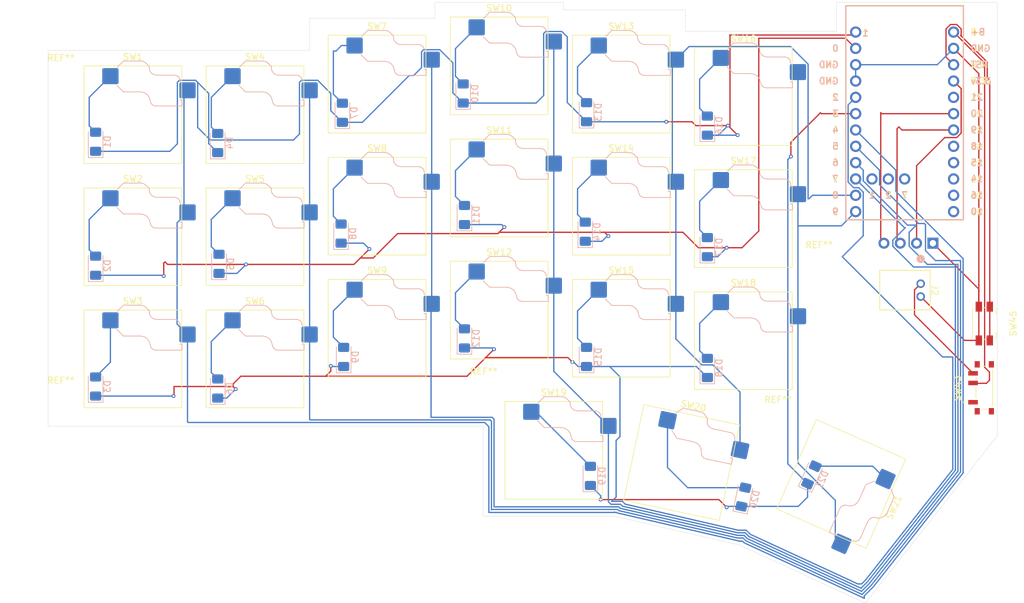
<source format=kicad_pcb>
(kicad_pcb (version 20241229) (generator "pcbnew") (generator_version "9.0")
  (layers (0 "F.Cu" signal) (2 "B.Cu" signal) (13 "F.Paste" user) (15 "B.Paste" user) (5 "F.SilkS" user "F.Silkscreen") (7 "B.SilkS" user "B.Silkscreen") (1 "F.Mask" user) (3 "B.Mask" user) (25 "Edge.Cuts" user))
  (net 0 "")
  (net 1 "Net-(D1-A)")
  (net 2 "L_Row0")
  (net 3 "Net-(D2-A)")
  (net 4 "L_Row1")
  (net 5 "Net-(D3-A)")
  (net 6 "L_Row2")
  (net 7 "Net-(D4-A)")
  (net 8 "Net-(D5-A)")
  (net 9 "Net-(D6-A)")
  (net 10 "Net-(D7-A)")
  (net 11 "Net-(D8-A)")
  (net 12 "Net-(D9-A)")
  (net 13 "Net-(D10-A)")
  (net 14 "Net-(D11-A)")
  (net 15 "Net-(D12-A)")
  (net 16 "Net-(D13-A)")
  (net 17 "Net-(D14-A)")
  (net 18 "Net-(D15-A)")
  (net 19 "Net-(D16-A)")
  (net 20 "Net-(D17-A)")
  (net 21 "Net-(D18-A)")
  (net 22 "Net-(D19-A)")
  (net 23 "Net-(D20-A)")
  (net 24 "Net-(D21-A)")
  (net 25 "L_BATTERY_POSITIVE")
  (net 26 "L_Col0")
  (net 27 "L_Col1")
  (net 28 "L_Col 2")
  (net 29 "L_Col3")
  (net 30 "L_Col4")
  (net 31 "L_Col5")
  (net 32 "Net-(U1-RST)")
  (net 33 "L_GND")
  (net 34 "L_POWER_3.3V")
  (net 36 "Net-(SW43-B)")
  (net 37 "L_SDA")
  (net 43 "L_SCL")
  (net 48 "L_Row3")
  (footprint "Button_Switch_SMD:Panasonic_EVQPUJ_EVQPUA" (layer "F.Cu") (at 164.5 100 -90)
    (property "Reference" "SW45")
    (property "Value" "SW_Push")
  )
  (footprint "ScottoKeebs_Hotswap:Hotswap_Choc_V1_1.00u" (layer "F.Cu") (at 117.381006 121.63788 -11.939)
    (property "Reference" "SW20")
    (property "Value" "SW_Push")
  )
  (footprint "ScottoKeebs_Hotswap:Hotswap_Choc_V1_1.00u" (layer "F.Cu") (at 97.5 119.737)
    (property "Reference" "SW19")
    (property "Value" "SW_Push")
  )
  (footprint "ScottoKeebs_Hotswap:Hotswap_Choc_V1_1.00u" (layer "F.Cu") (at 70 100.737)
    (property "Reference" "SW9")
    (property "Value" "SW_Push")
  )
  (footprint "MountingHole:MountingHole_2.2mm_M2" (layer "F.Cu") (at 20.8 112)
    (property "Reference" "REF**")
    (property "Value" "MountingHole_2.2mm_M2")
  )
  (footprint "ScottoKeebs_Hotswap:Hotswap_Choc_V1_1.00u" (layer "F.Cu") (at 108 81.737)
    (property "Reference" "SW14")
    (property "Value" "SW_Push")
  )
  (footprint "MountingHole:MountingHole_2.2mm_M2" (layer "F.Cu") (at 132.4 115)
    (property "Reference" "REF**")
    (property "Value" "MountingHole_2.2mm_M2")
  )
  (footprint "ScottoKeebs_Hotswap:Hotswap_Choc_V1_1.00u" (layer "F.Cu") (at 108 100.737)
    (property "Reference" "SW15")
    (property "Value" "SW_Push")
  )
  (footprint "ScottoKeebs_Components:OLED_128x32" (layer "F.Cu") (at 146.7 89.1 90)
    (property "Reference" "J3" (hide yes))
    (property "Value" "OLED_128x32")
  )
  (footprint "ScottoKeebs_Hotswap:Hotswap_Choc_V1_1.00u" (layer "F.Cu") (at 70 81.737)
    (property "Reference" "SW8")
    (property "Value" "SW_Push")
  )
  (footprint "ScottoKeebs_Hotswap:Hotswap_Choc_V1_1.00u" (layer "F.Cu") (at 127 102.668)
    (property "Reference" "SW18")
    (property "Value" "SW_Push")
  )
  (footprint "MountingHole:MountingHole_2.2mm_M2" (layer "F.Cu") (at 86.6 110.6)
    (property "Reference" "REF**")
    (property "Value" "MountingHole_2.2mm_M2")
  )
  (footprint "ScottoKeebs_Hotswap:Hotswap_Choc_V1_1.00u" (layer "F.Cu") (at 89 59.906)
    (property "Reference" "SW10")
    (property "Value" "SW_Push")
  )
  (footprint "ScottoKeebs_Hotswap:Hotswap_Choc_V1_1.00u" (layer "F.Cu") (at 89 78.906)
    (property "Reference" "SW11")
    (property "Value" "SW_Push")
  )
  (footprint "ScottoKeebs_Hotswap:Hotswap_Choc_V1_1.00u" (layer "F.Cu") (at 32 86.5)
    (property "Reference" "SW2")
    (property "Value" "SW_Push")
  )
  (footprint "ScottoKeebs_Hotswap:Hotswap_Choc_V1_1.00u" (layer "F.Cu") (at 32 105.5)
    (property "Reference" "SW3")
    (property "Value" "SW_Push")
  )
  (footprint "ScottoKeebs_Hotswap:Hotswap_Choc_V1_1.00u" (layer "F.Cu") (at 142.226436 124.970787 -113.879)
    (property "Reference" "SW21")
    (property "Value" "SW_Push")
  )
  (footprint "JST:CONN_S2B-PH-K-S_JST" (layer "F.Cu") (at 154.6 93.8 -90)
    (property "Reference" "J2")
    (property "Value" "S2B-PH-K-SLFSN")
  )
  (footprint "SW_SSSS811101:SW_SSSS811101" (layer "F.Cu") (at 164.5 110 90)
    (property "Reference" "SW43")
    (property "Value" "SW_SPDT")
  )
  (footprint "ScottoKeebs_Hotswap:Hotswap_Choc_V1_1.00u" (layer "F.Cu") (at 108 62.737)
    (property "Reference" "SW13")
    (property "Value" "SW_Push")
  )
  (footprint "ScottoKeebs_Hotswap:Hotswap_Choc_V1_1.00u" (layer "F.Cu") (at 51 67.5)
    (property "Reference" "SW4")
    (property "Value" "SW_Push")
  )
  (footprint "ScottoKeebs_Hotswap:Hotswap_Choc_V1_1.00u" (layer "F.Cu") (at 89 97.906)
    (property "Reference" "SW12")
    (property "Value" "SW_Push")
  )
  (footprint "ScottoKeebs_Hotswap:Hotswap_Choc_V1_1.00u" (layer "F.Cu") (at 127 83.668)
    (property "Reference" "SW17")
    (property "Value" "SW_Push")
  )
  (footprint "MountingHole:MountingHole_2.2mm_M2" (layer "F.Cu") (at 138.8 90.918)
    (property "Reference" "REF**")
    (property "Value" "MountingHole_2.2mm_M2")
  )
  (footprint "ScottoKeebs_Hotswap:Hotswap_Choc_V1_1.00u" (layer "F.Cu") (at 51 105.5)
    (property "Reference" "SW6")
    (property "Value" "SW_Push")
  )
  (footprint "MountingHole:MountingHole_2.2mm_M2" (layer "F.Cu") (at 20.8 61.8)
    (property "Reference" "REF**")
    (property "Value" "MountingHole_2.2mm_M2")
  )
  (footprint "ScottoKeebs_Hotswap:Hotswap_Choc_V1_1.00u" (layer "F.Cu") (at 51 86.5)
    (property "Reference" "SW5")
    (property "Value" "SW_Push")
  )
  (footprint "ScottoKeebs_MCU:Nice_Nano_V2" (layer "F.Cu") (at 152.1 68.33)
    (property "Reference" "U1" (hide yes))
    (property "Value" "Nice_Nano_V2" (hide yes))
  )
  (footprint "ScottoKeebs_Hotswap:Hotswap_Choc_V1_1.00u" (layer "F.Cu") (at 32 67.5)
    (property "Reference" "SW1")
    (property "Value" "SW_Push")
  )
  (footprint "ScottoKeebs_Hotswap:Hotswap_Choc_V1_1.00u" (layer "F.Cu") (at 70 62.737)
    (property "Reference" "SW7")
    (property "Value" "SW_Push")
  )
  (footprint "ScottoKeebs_Hotswap:Hotswap_Choc_V1_1.00u" (layer "F.Cu") (at 127 64.668)
    (property "Reference" "SW16")
    (property "Value" "SW_Push")
  )
  (footprint "Diode_SMD:D_1206_3216Metric_Pad1.42x1.75mm_HandSolder" (layer "B.Cu") (at 83.4 64.2 90)
    (property "Reference" "D10")
    (property "Value" "D")
  )
  (footprint "Diode_SMD:D_1206_3216Metric_Pad1.42x1.75mm_HandSolder" (layer "B.Cu") (at 45.2 71.9125 90)
    (property "Reference" "D4")
    (property "Value" "D")
  )
  (footprint "Diode_SMD:D_1206_3216Metric_Pad1.42x1.75mm_HandSolder" (layer "B.Cu") (at 64.4 86 90)
    (property "Reference" "D8")
    (property "Value" "D")
  )
  (footprint "Diode_SMD:D_1206_3216Metric_Pad1.42x1.75mm_HandSolder" (layer "B.Cu") (at 102.4 85.7125 90)
    (property "Reference" "D14")
    (property "Value" "D")
  )
  (footprint "Diode_SMD:D_1206_3216Metric_Pad1.42x1.75mm_HandSolder" (layer "B.Cu") (at 127 127 78.06)
    (property "Reference" "D20")
    (property "Value" "D")
  )
  (footprint "Diode_SMD:D_1206_3216Metric_Pad1.42x1.75mm_HandSolder" (layer "B.Cu") (at 83.6 102.3125 90)
    (property "Reference" "D12")
    (property "Value" "D")
  )
  (footprint "Diode_SMD:D_1206_3216Metric_Pad1.42x1.75mm_HandSolder" (layer "B.Cu") (at 45.4 90.7125 90)
    (property "Reference" "D5")
    (property "Value" "D")
  )
  (footprint "Diode_SMD:D_1206_3216Metric_Pad1.42x1.75mm_HandSolder" (layer "B.Cu") (at 102.6 105.2 90)
    (property "Reference" "D15")
    (property "Value" "D")
  )
  (footprint "Diode_SMD:D_1206_3216Metric_Pad1.42x1.75mm_HandSolder" (layer "B.Cu") (at 26.2 109.8 90)
    (property "Reference" "D3")
    (property "Value" "D")
  )
  (footprint "Diode_SMD:D_1206_3216Metric_Pad1.42x1.75mm_HandSolder" (layer "B.Cu") (at 64.8 105.2 90)
    (property "Reference" "D9")
    (property "Value" "D")
  )
  (footprint "Diode_SMD:D_1206_3216Metric_Pad1.42x1.75mm_HandSolder" (layer "B.Cu") (at 121.4 106.9125 90)
    (property "Reference" "D18")
    (property "Value" "D")
  )
  (footprint "Diode_SMD:D_1206_3216Metric_Pad1.42x1.75mm_HandSolder" (layer "B.Cu") (at 121.4 88.1125 90)
    (property "Reference" "D17")
    (property "Value" "D")
  )
  (footprint "Diode_SMD:D_1206_3216Metric_Pad1.42x1.75mm_HandSolder" (layer "B.Cu") (at 26.2 91 90)
    (property "Reference" "D2")
    (property "Value" "D")
  )
  (footprint "Diode_SMD:D_1206_3216Metric_Pad1.42x1.75mm_HandSolder" (layer "B.Cu") (at 137.597826 123.560163 66.12)
    (property "Reference" "D21")
    (property "Value" "D")
  )
  (footprint "Diode_SMD:D_1206_3216Metric_Pad1.42x1.75mm_HandSolder" (layer "B.Cu") (at 121.4 69.2 90)
    (property "Reference" "D16")
    (property "Value" "D")
  )
  (footprint "Diode_SMD:D_1206_3216Metric_Pad1.42x1.75mm_HandSolder" (layer "B.Cu") (at 45.2 110.1125 90)
    (property "Reference" "D6")
    (property "Value" "D")
  )
  (footprint "Diode_SMD:D_1206_3216Metric_Pad1.42x1.75mm_HandSolder" (layer "B.Cu") (at 64.6 67.2 90)
    (property "Reference" "D7")
    (property "Value" "D")
  )
  (footprint "Diode_SMD:D_1206_3216Metric_Pad1.42x1.75mm_HandSolder" (layer "B.Cu") (at 83.6 83.1125 90)
    (property "Reference" "D11")
    (property "Value" "D")
  )
  (footprint "Diode_SMD:D_1206_3216Metric_Pad1.42x1.75mm_HandSolder" (layer "B.Cu") (at 102.6 67.1125 90)
    (property "Reference" "D13")
    (property "Value" "D")
  )
  (footprint "Diode_SMD:D_1206_3216Metric_Pad1.42x1.75mm_HandSolder" (layer "B.Cu") (at 26.2 71.7125 90)
    (property "Reference" "D1")
    (property "Value" "D")
  )
  (footprint "Diode_SMD:D_1206_3216Metric_Pad1.42x1.75mm_HandSolder" (layer "B.Cu") (at 103.2 123.7125 90)
    (property "Reference" "D19")
    (property "Value" "D")
  )
  (gr_line (start 166.5 50) (end 141.5 50) (stroke (width 0.05)) (layer "Edge.Cuts"))
  (gr_line (start 59.5 57.5) (end 59.5 52.5) (stroke (width 0.05)) (layer "Edge.Cuts"))
  (gr_line (start 118 51.2) (end 118 54.5) (stroke (width 0.05)) (layer "Edge.Cuts"))
  (gr_line (start 79 52.5) (end 59.5 52.5) (stroke (width 0.05)) (layer "Edge.Cuts"))
  (gr_line (start 79 50) (end 79 52.5) (stroke (width 0.05)) (layer "Edge.Cuts"))
  (gr_line (start 59.5 57.5) (end 18.8 57.5) (stroke (width 0.05)) (layer "Edge.Cuts"))
  (gr_line (start 18.8 57.5) (end 18.8 116) (stroke (width 0.05)) (layer "Edge.Cuts"))
  (gr_line (start 86.5 130) (end 107 130) (stroke (width 0.05)) (layer "Edge.Cuts"))
  (gr_line (start 141.5 54.5) (end 118 54.5) (stroke (width 0.05)) (layer "Edge.Cuts"))
  (gr_line (start 126.5 134.5) (end 146 143.5) (stroke (width 0.05)) (layer "Edge.Cuts"))
  (gr_line (start 166.5 117.5) (end 166.5 50) (stroke (width 0.05)) (layer "Edge.Cuts"))
  (gr_line (start 146 143.5) (end 166.5 117.5) (stroke (width 0.05)) (layer "Edge.Cuts"))
  (gr_line (start 99 50) (end 79 50) (stroke (width 0.05)) (layer "Edge.Cuts"))
  (gr_line (start 99 51.2) (end 99 50) (stroke (width 0.05)) (layer "Edge.Cuts"))
  (gr_line (start 118 51.2) (end 99 51.2) (stroke (width 0.05)) (layer "Edge.Cuts"))
  (gr_line (start 107 130) (end 126.5 134.5) (stroke (width 0.05)) (layer "Edge.Cuts"))
  (gr_line (start 86.5 116) (end 86.5 130) (stroke (width 0.05)) (layer "Edge.Cuts"))
  (gr_line (start 141.5 50) (end 141.5 54.5) (stroke (width 0.05)) (layer "Edge.Cuts"))
  (gr_line (start 18.8 116) (end 86.5 116) (stroke (width 0.05)) (layer "Edge.Cuts"))
  (segment (start 25.199 64.801) (end 28.5 61.5) (width 0.2) (layer "B.Cu") (net 1))
  (segment (start 25.199 69.224) (end 25.199 64.801) (width 0.2) (layer "B.Cu") (net 1))
  (segment (start 26.2 70.225) (end 25.199 69.224) (width 0.2) (layer "B.Cu") (net 1))
  (segment (start 124.924 55.124) (end 124.901 55.101) (width 0.2) (layer "F.Cu") (net 2))
  (segment (start 144.019 55.101) (end 144.48 54.64) (width 0.2) (layer "F.Cu") (net 2))
  (segment (start 126.1125 70.6875) (end 124.924 69.499) (width 0.2) (layer "F.Cu") (net 2))
  (segment (start 124.924 69.499) (end 124.924 55.124) (width 0.2) (layer "F.Cu") (net 2))
  (segment (start 115 68.6) (end 119 68.6) (width 0.2) (layer "F.Cu") (net 2))
  (segment (start 119.6 69.2) (end 124.6 69.2) (width 0.2) (layer "F.Cu") (net 2))
  (segment (start 119 68.6) (end 119.6 69.2) (width 0.2) (layer "F.Cu") (net 2))
  (segment (start 124.901 55.101) (end 144.019 55.101) (width 0.2) (layer "F.Cu") (net 2))
  (via (at 126.1125 70.6875) (size 0.6) (drill 0.3) (layers "F.Cu" "B.Cu") (net 2))
  (via (at 124.6 69.2) (size 0.6) (drill 0.3) (layers "F.Cu" "B.Cu") (net 2))
  (via (at 115 68.6) (size 0.6) (drill 0.3) (layers "F.Cu" "B.Cu") (net 2))
  (segment (start 58.23984 62.149) (end 60.76016 62.149) (width 0.2) (layer "B.Cu") (net 2))
  (segment (start 64.6 68.6875) (end 67.709608 68.6875) (width 0.2) (layer "B.Cu") (net 2))
  (segment (start 83.4 65.6875) (end 94.749 65.6875) (width 0.2) (layer "B.Cu") (net 2))
  (segment (start 81.798 59.42384) (end 81.798 64.0855) (width 0.2) (layer "B.Cu") (net 2))
  (segment (start 38.924 72.025) (end 38.924 62.46484) (width 0.2) (layer "B.Cu") (net 2))
  (segment (start 57.924 70.502) (end 57.924 62.46484) (width 0.2) (layer "B.Cu") (net 2))
  (segment (start 98.76016 54.555) (end 99.6 55.39484) (width 0.2) (layer "B.Cu") (net 2))
  (segment (start 38.924 62.46484) (end 39.23984 62.149) (width 0.2) (layer "B.Cu") (net 2))
  (segment (start 76.924 60.17216) (end 76.924 57.70184) (width 0.2) (layer "B.Cu") (net 2))
  (segment (start 62.799 66.8865) (end 64.6 68.6875) (width 0.2) (layer "B.Cu") (net 2))
  (segment (start 121.4 70.6875) (end 126.1125 70.6875) (width 0.2) (layer "B.Cu") (net 2))
  (segment (start 95.924 54.87084) (end 96.23984 54.555) (width 0.2) (layer "B.Cu") (net 2))
  (segment (start 76.924 57.70184) (end 77.23984 57.386) (width 0.2) (layer "B.Cu") (net 2))
  (segment (start 67.709608 68.6875) (end 74.997108 61.4) (width 0.2) (layer "B.Cu") (net 2))
  (segment (start 99.6 65.6) (end 102.6 68.6) (width 0.2) (layer "B.Cu") (net 2))
  (segment (start 94.749 65.6875) (end 95.924 64.5125) (width 0.2) (layer "B.Cu") (net 2))
  (segment (start 43.799 71.999) (end 45.2 73.4) (width 0.2) (layer "B.Cu") (net 2))
  (segment (start 81.798 64.0855) (end 83.4 65.6875) (width 0.2) (layer "B.Cu") (net 2))
  (segment (start 60.76016 62.149) (end 62.799 64.18784) (width 0.2) (layer "B.Cu") (net 2))
  (segment (start 123.1125 70.6875) (end 121.4 70.6875) (width 0.2) (layer "B.Cu") (net 2))
  (segment (start 75.69616 61.4) (end 76.924 60.17216) (width 0.2) (layer "B.Cu") (net 2))
  (segment (start 96.23984 54.555) (end 98.76016 54.555) (width 0.2) (layer "B.Cu") (net 2))
  (segment (start 124.6 69.2) (end 123.1125 70.6875) (width 0.2) (layer "B.Cu") (net 2))
  (segment (start 44.0385 71.4385) (end 56.9875 71.4385) (width 0.2) (layer "B.Cu") (net 2))
  (segment (start 57.924 62.46484) (end 58.23984 62.149) (width 0.2) (layer "B.Cu") (net 2))
  (segment (start 102.6 68.6) (end 115 68.6) (width 0.2) (layer "B.Cu") (net 2))
  (segment (start 79.76016 57.386) (end 81.798 59.42384) (width 0.2) (layer "B.Cu") (net 2))
  (segment (start 39.23984 62.149) (end 41.76016 62.149) (width 0.2) (layer "B.Cu") (net 2))
  (segment (start 37.749 73.2) (end 38.924 72.025) (width 0.2) (layer "B.Cu") (net 2))
  (segment (start 41.76016 62.149) (end 42.076 62.46484) (width 0.2) (layer "B.Cu") (net 2))
  (segment (start 42.076 62.46484) (end 42.076 69.476) (width 0.2) (layer "B.Cu") (net 2))
  (segment (start 42.076 69.476) (end 44.0385 71.4385) (width 0.2) (layer "B.Cu") (net 2))
  (segment (start 56.9875 71.4385) (end 57.924 70.502) (width 0.2) (layer "B.Cu") (net 2))
  (segment (start 95.924 64.5125) (end 95.924 54.87084) (width 0.2) (layer "B.Cu") (net 2))
  (segment (start 77.23984 57.386) (end 79.76016 57.386) (width 0.2) (layer "B.Cu") (net 2))
  (segment (start 99.6 55.39484) (end 99.6 65.6) (width 0.2) (layer "B.Cu") (net 2))
  (segment (start 62.799 64.18784) (end 62.799 66.8865) (width 0.2) (layer "B.Cu") (net 2))
  (segment (start 43.799 64.18784) (end 43.799 71.999) (width 0.2) (layer "B.Cu") (net 2))
  (segment (start 41.76016 62.149) (end 43.799 64.18784) (width 0.2) (layer "B.Cu") (net 2))
  (segment (start 74.997108 61.4) (end 75.69616 61.4) (width 0.2) (layer "B.Cu") (net 2))
  (segment (start 26.2 73.2) (end 37.749 73.2) (width 0.2) (layer "B.Cu") (net 2))
  (segment (start 25.199 83.801) (end 28.5 80.5) (width 0.2) (layer "B.Cu") (net 3))
  (segment (start 26.2 89.5125) (end 25.199 88.5115) (width 0.2) (layer "B.Cu") (net 3))
  (segment (start 25.199 88.5115) (end 25.199 83.801) (width 0.2) (layer "B.Cu") (net 3))
  (segment (start 88.8 86) (end 89 85.8) (width 0.2) (layer "F.Cu") (net 4))
  (segment (start 66.4 90.8) (end 67.4 89.8) (width 0.2) (layer "F.Cu") (net 4))
  (segment (start 36.8 92.6) (end 36.8 90.6) (width 0.2) (layer "F.Cu") (net 4))
  (segment (start 124.4 88.2) (end 126.8 88.2) (width 0.2) (layer "F.Cu") (net 4))
  (segment (start 120 88.2) (end 124.4 88.2) (width 0.2) (layer "F.Cu") (net 4))
  (segment (start 37 90.4) (end 37.4 90.8) (width 0.2) (layer "F.Cu") (net 4))
  (segment (start 129.4 55.6) (end 142.9 55.6) (width 0.2) (layer "F.Cu") (net 4))
  (segment (start 89 85.8) (end 89.8 85) (width 0.2) (layer "F.Cu") (net 4))
  (segment (start 67.4 89.8) (end 68.8 88.4) (width 0.2) (layer "F.Cu") (net 4))
  (segment (start 89 85.8) (end 105.4 85.8) (width 0.2) (layer "F.Cu") (net 4))
  (segment (start 36.8 90.6) (end 37 90.4) (width 0.2) (layer "F.Cu") (net 4))
  (segment (start 117.6 85.8) (end 120 88.2) (width 0.2) (layer "F.Cu") (net 4))
  (segment (start 49.6 90.8) (end 66.4 90.8) (width 0.2) (layer "F.Cu") (net 4))
  (segment (start 126.8 88.2) (end 129.4 85.6) (width 0.2) (layer "F.Cu") (net 4))
  (segment (start 129.4 85.6) (end 129.4 55.6) (width 0.2) (layer "F.Cu") (net 4))
  (segment (start 105.4 85.8) (end 117.6 85.8) (width 0.2) (layer "F.Cu") (net 4))
  (segment (start 105.4 85.8) (end 106 86.4) (width 0.2) (layer "F.Cu") (net 4))
  (segment (start 73.2 86) (end 88.8 86) (width 0.2) (layer "F.Cu") (net 4))
  (segment (start 37.4 90.8) (end 49.6 90.8) (width 0.2) (layer "F.Cu") (net 4))
  (segment (start 67.4 89.8) (end 69.4 89.8) (width 0.2) (layer "F.Cu") (net 4))
  (segment (start 142.9 55.6) (end 144.48 57.18) (width 0.2) (layer "F.Cu") (net 4))
  (segment (start 69.4 89.8) (end 73.2 86) (width 0.2) (layer "F.Cu") (net 4))
  (via (at 89.8 85) (size 0.6) (drill 0.3) (layers "F.Cu" "B.Cu") (net 4))
  (via (at 49.6 90.8) (size 0.6) (drill 0.3) (layers "F.Cu" "B.Cu") (net 4))
  (via (at 124.4 88.2) (size 0.6) (drill 0.3) (layers "F.Cu" "B.Cu") (net 4))
  (via (at 36.8 92.6) (size 0.6) (drill 0.3) (layers "F.Cu" "B.Cu") (net 4))
  (via (at 68.8 88.4) (size 0.6) (drill 0.3) (layers "F.Cu" "B.Cu") (net 4))
  (via (at 106 86.4) (size 0.6) (drill 0.3) (layers "F.Cu" "B.Cu") (net 4))
  (segment (start 123 89.6) (end 121.4 89.6) (width 0.2) (layer "B.Cu") (net 4))
  (segment (start 105.8 86.4) (end 105 87.2) (width 0.2) (layer "B.Cu") (net 4))
  (segment (start 105 87.2) (end 102.4 87.2) (width 0.2) (layer "B.Cu") (net 4))
  (segment (start 48.2 92.2) (end 45.4 92.2) (width 0.2) (layer "B.Cu") (net 4))
  (segment (start 89.8 85) (end 89.4 84.6) (width 0.2) (layer "B.Cu") (net 4))
  (segment (start 124.4 88.2) (end 123 89.6) (width 0.2) (layer "B.Cu") (net 4))
  (segment (start 89.4 84.6) (end 83.6 84.6) (width 0.2) (layer "B.Cu") (net 4))
  (segment (start 68.8 88.4) (end 67.8875 87.4875) (width 0.2) (layer "B.Cu") (net 4))
  (segment (start 36.6875 92.4875) (end 36.8 92.6) (width 0.2) (layer "B.Cu") (net 4))
  (segment (start 26.2 92.4875) (end 36.6875 92.4875) (width 0.2) (layer "B.Cu") (net 4))
  (segment (start 106 86.4) (end 105.8 86.4) (width 0.2) (layer "B.Cu") (net 4))
  (segment (start 49.6 90.8) (end 48.2 92.2) (width 0.2) (layer "B.Cu") (net 4))
  (segment (start 67.8875 87.4875) (end 64.4 87.4875) (width 0.2) (layer "B.Cu") (net 4))
  (segment (start 28.5 106.0125) (end 26.2 108.3125) (width 0.2) (layer "B.Cu") (net 5))
  (segment (start 28.5 99.5) (end 28.5 106.0125) (width 0.2) (layer "B.Cu") (net 5))
  (segment (start 62 108.2) (end 62.8 107.4) (width 0.2) (layer "F.Cu") (net 6))
  (segment (start 38.4 109.8) (end 47.6 109.8) (width 0.2) (layer "F.Cu") (net 6))
  (segment (start 38.4 111.2) (end 38.4 109.8) (width 0.2) (layer "F.Cu") (net 6))
  (segment (start 99.7 105.3) (end 100.4 106) (width 0.2) (layer "F.Cu") (net 6))
  (segment (start 86.9 105.3) (end 88.2 104) (width 0.2) (layer "F.Cu") (net 6))
  (segment (start 86.9 105.3) (end 99.7 105.3) (width 0.2) (layer "F.Cu") (net 6))
  (segment (start 62.8 107.4) (end 62.8 106.6) (width 0.2) (layer "F.Cu") (net 6))
  (segment (start 38.3125 111.2875) (end 38.4 111.2) (width 0.2) (layer "F.Cu") (net 6))
  (segment (start 47.6 109.8) (end 48 110.2) (width 0.2) (layer "F.Cu") (net 6))
  (segment (start 48.8 108.2) (end 62 108.2) (width 0.2) (layer "F.Cu") (net 6))
  (segment (start 62 108.2) (end 84 108.2) (width 0.2) (layer "F.Cu") (net 6))
  (segment (start 84 108.2) (end 86.9 105.3) (width 0.2) (layer "F.Cu") (net 6))
  (segment (start 47.6 109.8) (end 47.6 109.4) (width 0.2) (layer "F.Cu") (net 6))
  (segment (start 47.6 109.4) (end 48.8 108.2) (width 0.2) (layer "F.Cu") (net 6))
  (via (at 88.2 104) (size 0.6) (drill 0.3) (layers "F.Cu" "B.Cu") (net 6))
  (via (at 38.3125 111.2875) (size 0.6) (drill 0.3) (layers "F.Cu" "B.Cu") (net 6))
  (via (at 62.8 106.6) (size 0.6) (drill 0.3) (layers "F.Cu" "B.Cu") (net 6))
  (via (at 48 110.2) (size 0.6) (drill 0.3) (layers "F.Cu" "B.Cu") (net 6))
  (via (at 100.4 106) (size 0.6) (drill 0.3) (layers "F.Cu" "B.Cu") (net 6))
  (segment (start 107.2 118.2) (end 107.2 127) (width 0.2) (layer "B.Cu") (net 6))
  (segment (start 101.2875 106.6875) (end 102.6 106.6875) (width 0.2) (layer "B.Cu") (net 6))
  (segment (start 106.519383 127.680617) (end 108.190135 127.680617) (width 0.2) (layer "B.Cu") (net 6))
  (segment (start 144.967654 78.8627) (end 144.177746 78.8627) (width 0.2) (layer "B.Cu") (net 6))
  (segment (start 62.8 106.6) (end 62.8875 106.6875) (width 0.2) (layer "B.Cu") (net 6))
  (segment (start 143.3027 77.987654) (end 143.3027 65.9773) (width 0.2) (layer "B.Cu") (net 6))
  (segment (start 46.6 111.6) (end 45.2 111.6) (width 0.2) (layer "B.Cu") (net 6))
  (segment (start 145.6573 79.552346) (end 144.967654 78.8627) (width 0.2) (layer "B.Cu") (net 6))
  (segment (start 106.2 106.6875) (end 107.8 108.2875) (width 0.2) (layer "B.Cu") (net 6))
  (segment (start 158 105.2) (end 142.4 89.6) (width 0.2) (layer "B.Cu") (net 6))
  (segment (start 159.596 122.694988) (end 159.596 105.2) (width 0.2) (layer "B.Cu") (net 6))
  (segment (start 107.2 127) (end 106.519383 127.680617) (width 0.2) (layer "B.Cu") (net 6))
  (segment (start 159.596 105.2) (end 158 105.2) (width 0.2) (layer "B.Cu") (net 6))
  (segment (start 26.2 111.2875) (end 38.3125 111.2875) (width 0.2) (layer "B.Cu") (net 6))
  (segment (start 128.081758 132.801516) (end 144.818657 140.526245) (width 0.2) (layer "B.Cu") (net 6))
  (segment (start 88 103.8) (end 83.6 103.8) (width 0.2) (layer "B.Cu") (net 6))
  (segment (start 144.818657 140.526245) (end 145.405355 140.526245) (width 0.2) (layer "B.Cu") (net 6))
  (segment (start 127.445847 132.165605) (end 128.081758 132.801516) (width 0.2) (layer "B.Cu") (net 6))
  (segment (start 48 110.2) (end 46.6 111.6) (width 0.2) (layer "B.Cu") (net 6))
  (segment (start 146.026418 139.905182) (end 159.596 122.694988) (width 0.2) (layer "B.Cu") (net 6))
  (segment (start 126.190409 132.165605) (end 127.445847 132.165605) (width 0.2) (layer "B.Cu") (net 6))
  (segment (start 144.177746 78.8627) (end 143.3027 77.987654) (width 0.2) (layer "B.Cu") (net 6))
  (segment (start 107.8 117.6) (end 107.2 118.2) (width 0.2) (layer "B.Cu") (net 6))
  (segment (start 108.620535 128.111017) (end 126.190409 132.165605) (width 0.2) (layer "B.Cu") (net 6))
  (segment (start 106.2 106.6875) (end 119.6875 106.6875) (width 0.2) (layer "B.Cu") (net 6))
  (segment (start 142.4 89.6) (end 145.6573 86.3427) (width 0.2) (layer "B.Cu") (net 6))
  (segment (start 62.8875 106.6875) (end 64.8 106.6875) (width 0.2) (layer "B.Cu") (net 6))
  (segment (start 102.6 106.6875) (end 106.2 106.6875) (width 0.2) (layer "B.Cu") (net 6))
  (segment (start 119.6875 106.6875) (end 121.4 108.4) (width 0.2) (layer "B.Cu") (net 6))
  (segment (start 145.6573 86.3427) (end 145.6573 79.552346) (width 0.2) (layer "B.Cu") (net 6))
  (segment (start 88.2 104) (end 88 103.8) (width 0.2) (layer "B.Cu") (net 6))
  (segment (start 145.405355 140.526245) (end 146.026418 139.905182) (width 0.2) (layer "B.Cu") (net 6))
  (segment (start 143.3027 65.9773) (end 144.48 64.8) (width 0.2) (layer "B.Cu") (net 6))
  (segment (start 100.6 106) (end 101.2875 106.6875) (width 0.2) (layer "B.Cu") (net 6))
  (segment (start 100.4 106) (end 100.6 106) (width 0.2) (layer "B.Cu") (net 6))
  (segment (start 107.8 108.2875) (end 107.8 117.6) (width 0.2) (layer "B.Cu") (net 6))
  (segment (start 108.190135 127.680617) (end 108.620535 128.111017) (width 0.2) (layer "B.Cu") (net 6))
  (segment (start 45.2 70.425) (end 44.2 69.425) (width 0.2) (layer "B.Cu") (net 7))
  (segment (start 44.2 64.8) (end 47.5 61.5) (width 0.2) (layer "B.Cu") (net 7))
  (segment (start 44.2 69.425) (end 44.2 64.8) (width 0.2) (layer "B.Cu") (net 7))
  (segment (start 45.4 89.225) (end 44.199 88.024) (width 0.2) (layer "B.Cu") (net 8))
  (segment (start 44.199 88.024) (end 44.199 83.801) (width 0.2) (layer "B.Cu") (net 8))
  (segment (start 44.199 83.801) (end 47.5 80.5) (width 0.2) (layer "B.Cu") (net 8))
  (segment (start 44.199 107.624) (end 44.199 102.801) (width 0.2) (layer "B.Cu") (net 9))
  (segment (start 44.199 102.801) (end 47.5 99.5) (width 0.2) (layer "B.Cu") (net 9))
  (segment (start 45.2 108.625) (end 44.199 107.624) (width 0.2) (layer "B.Cu") (net 9))
  (segment (start 63.2 64.3125) (end 63.2 57.6) (width 0.2) (layer "B.Cu") (net 10))
  (segment (start 63.2 57.6) (end 63.6 57.6) (width 0.2) (layer "B.Cu") (net 10))
  (segment (start 64.463 56.737) (end 66.5 56.737) (width 0.2) (layer "B.Cu") (net 10))
  (segment (start 63.6 57.6) (end 64.463 56.737) (width 0.2) (layer "B.Cu") (net 10))
  (segment (start 64.6 65.7125) (end 63.2 64.3125) (width 0.2) (layer "B.Cu") (net 10))
  (segment (start 64.4 84.5125) (end 63.199 83.3115) (width 0.2) (layer "B.Cu") (net 11))
  (segment (start 63.199 83.3115) (end 63.199 79.038) (width 0.2) (layer "B.Cu") (net 11))
  (segment (start 63.199 79.038) (end 66.5 75.737) (width 0.2) (layer "B.Cu") (net 11))
  (segment (start 63.199 98.038) (end 66.5 94.737) (width 0.2) (layer "B.Cu") (net 12))
  (segment (start 63.199 102.1115) (end 63.199 98.038) (width 0.2) (layer "B.Cu") (net 12))
  (segment (start 64.8 103.7125) (end 63.199 102.1115) (width 0.2) (layer "B.Cu") (net 12))
  (segment (start 82.199 61.5115) (end 82.199 57.207) (width 0.2) (layer "B.Cu") (net 13))
  (segment (start 83.4 62.7125) (end 82.199 61.5115) (width 0.2) (layer "B.Cu") (net 13))
  (segment (start 82.199 57.207) (end 85.5 53.906) (width 0.2) (layer "B.Cu") (net 13))
  (segment (start 83.6 81.625) (end 82.199 80.224) (width 0.2) (layer "B.Cu") (net 14))
  (segment (start 82.199 80.224) (end 82.199 76.207) (width 0.2) (layer "B.Cu") (net 14))
  (segment (start 82.199 76.207) (end 85.5 72.906) (width 0.2) (layer "B.Cu") (net 14))
  (segment (start 83.6 100.825) (end 82.199 99.424) (width 0.2) (layer "B.Cu") (net 15))
  (segment (start 82.199 99.424) (end 82.199 95.207) (width 0.2) (layer "B.Cu") (net 15))
  (segment (start 82.199 95.207) (end 85.5 91.906) (width 0.2) (layer "B.Cu") (net 15))
  (segment (start 101.199 60.038) (end 104.5 56.737) (width 0.2) (layer "B.Cu") (net 16))
  (segment (start 102.6 65.625) (end 101.199 64.224) (width 0.2) (layer "B.Cu") (net 16))
  (segment (start 101.199 64.224) (end 101.199 60.038) (width 0.2) (layer "B.Cu") (net 16))
  (segment (start 101.199 83.024) (end 101.199 79.038) (width 0.2) (layer "B.Cu") (net 17))
  (segment (start 102.4 84.225) (end 101.199 83.024) (width 0.2) (layer "B.Cu") (net 17))
  (segment (start 101.199 79.038) (end 104.5 75.737) (width 0.2) (layer "B.Cu") (net 17))
  (segment (start 101.199 102.3115) (end 101.199 98.038) (width 0.2) (layer "B.Cu") (net 18))
  (segment (start 101.199 98.038) (end 104.5 94.737) (width 0.2) (layer "B.Cu") (net 18))
  (segment (start 102.6 103.7125) (end 101.199 102.3115) (width 0.2) (layer "B.Cu") (net 18))
  (segment (start 120.199 66.5115) (end 120.199 61.969) (width 0.2) (layer "B.Cu") (net 19))
  (segment (start 120.199 61.969) (end 123.5 58.668) (width 0.2) (layer "B.Cu") (net 19))
  (segment (start 121.4 67.7125) (end 120.199 66.5115) (width 0.2) (layer "B.Cu") (net 19))
  (segment (start 121.4 86.625) (end 120.199 85.424) (width 0.2) (layer "B.Cu") (net 20))
  (segment (start 120.199 85.424) (end 120.199 80.969) (width 0.2) (layer "B.Cu") (net 20))
  (segment (start 120.199 80.969) (end 123.5 77.668) (width 0.2) (layer "B.Cu") (net 20))
  (segment (start 121.4 105.425) (end 120.199 104.224) (width 0.2) (layer "B.Cu") (net 21))
  (segment (start 120.199 99.969) (end 123.5 96.668) (width 0.2) (layer "B.Cu") (net 21))
  (segment (start 120.199 104.224) (end 120.199 99.969) (width 0.2) (layer "B.Cu") (net 21))
  (segment (start 94.712 113.737) (end 103.2 122.225) (width 0.2) (layer "B.Cu") (net 22))
  (segment (start 94 113.737) (end 94.712 113.737) (width 0.2) (layer "B.Cu") (net 22))
  (segment (start 115.198052 115.043586) (end 115.198052 122.398052) (width 0.2) (layer "B.Cu") (net 23))
  (segment (start 118.344682 125.544682) (end 127.307744 125.544682) (width 0.2) (layer "B.Cu") (net 23))
  (segment (start 115.198052 122.398052) (end 118.344682 125.544682) (width 0.2) (layer "B.Cu") (net 23))
  (segment (start 138.2 122.2) (end 147.130456 122.2) (width 0.2) (layer "B.Cu") (net 24))
  (segment (start 147.130456 122.2) (end 149.129673 124.199217) (width 0.2) (layer "B.Cu") (net 24))
  (segment (start 162.75 107.75) (end 153.6386 98.6386) (width 0.2) (layer "F.Cu") (net 25))
  (segment (start 153.6386 98.6386) (end 153.6386 94.7614) (width 0.2) (layer "F.Cu") (net 25))
  (segment (start 153.6386 94.7614) (end 154.6 93.8) (width 0.2) (layer "F.Cu") (net 25))
  (segment (start 40.5 101.7) (end 40.5 115.299) (width 0.2) (layer "B.Cu") (net 26))
  (segment (start 40.5 115.299) (end 40.6 115.399) (width 0.2) (layer "B.Cu") (net 26))
  (segment (start 107.248942 129.399) (end 107.303091 129.453149) (width 0.2) (layer "B.Cu") (net 26))
  (segment (start 161.2 123.251273) (end 161.2 89.898) (width 0.2) (layer "B.Cu") (net 26))
  (segment (start 107.303091 129.453149) (end 126.430646 133.8672) (width 0.2) (layer "B.Cu") (net 26))
  (segment (start 87.4 116.050058) (end 87.4 129.399) (width 0.2) (layer "B.Cu") (net 26))
  (segment (start 40.5 101.7) (end 38.876 100.076) (width 0.2) (layer "B.Cu") (net 26))
  (segment (start 126.430646 133.8672) (end 126.479126 133.8672) (width 0.2) (layer "B.Cu") (net 26))
  (segment (start 38.876 84.324) (end 40.5 82.7) (width 0.2) (layer "B.Cu") (net 26))
  (segment (start 40.5 82.7) (end 39.949 82.149) (width 0.2) (layer "B.Cu") (net 26))
  (segment (start 87.4 129.399) (end 106.827636 129.399) (width 0.2) (layer "B.Cu") (net 26))
  (segment (start 107.068447 129.399) (end 107.248942 129.399) (width 0.2) (layer "B.Cu") (net 26))
  (segment (start 126.563103 133.8672) (end 126.866201 133.8672) (width 0.2) (layer "B.Cu") (net 26))
  (segment (start 39.949 82.149) (end 39.949 64.251) (width 0.2) (layer "B.Cu") (net 26))
  (segment (start 147.227466 140.972534) (end 161.2 123.251273) (width 0.2) (layer "B.Cu") (net 26))
  (segment (start 126.479126 133.8672) (end 126.525825 133.849995) (width 0.2) (layer "B.Cu") (net 26))
  (segment (start 150.7373 79.4353) (end 150.7373 76.1373) (width 0.2) (layer "B.Cu") (net 26))
  (segment (start 145.821511 142.378489) (end 147.227466 140.972534) (width 0.2) (layer "B.Cu") (net 26))
  (segment (start 127.126 134.126999) (end 145.821511 142.755696) (width 0.2) (layer "B.Cu") (net 26))
  (segment (start 40.6 115.399) (end 86.748942 115.399) (width 0.2) (layer "B.Cu") (net 26))
  (segment (start 126.525825 133.849995) (end 126.563103 133.8672) (width 0.2) (layer "B.Cu") (net 26))
  (segment (start 106.827636 129.399) (end 106.892574 129.358414) (width 0.2) (layer "B.Cu") (net 26))
  (segment (start 126.866201 133.8672) (end 127.126 134.126999) (width 0.2) (layer "B.Cu") (net 26))
  (segment (start 150.7373 76.1373) (end 144.48 69.88) (width 0.2) (layer "B.Cu") (net 26))
  (segment (start 38.876 100.076) (end 38.876 84.324) (width 0.2) (layer "B.Cu") (net 26))
  (segment (start 106.892574 129.358414) (end 107.068447 129.399) (width 0.2) (layer "B.Cu") (net 26))
  (segment (start 86.748942 115.399) (end 87.4 116.050058) (width 0.2) (layer "B.Cu") (net 26))
  (segment (start 145.821511 142.755696) (end 145.821511 142.378489) (width 0.2) (layer "B.Cu") (net 26))
  (segment (start 39.949 64.251) (end 40.5 63.7) (width 0.2) (layer "B.Cu") (net 26))
  (segment (start 161.2 89.898) (end 150.7373 79.4353) (width 0.2) (layer "B.Cu") (net 26))
  (segment (start 126.947547 133.368605) (end 127.382824 133.803882) (width 0.2) (layer "B.Cu") (net 27))
  (segment (start 156.898 90.2) (end 155.349 88.651) (width 0.2) (layer "B.Cu") (net 27))
  (segment (start 87.598 114.998) (end 87.801 115.201) (width 0.2) (layer "B.Cu") (net 27))
  (segment (start 107.435354 128.930334) (end 107.619691 129.114671) (width 0.2) (layer "B.Cu") (net 27))
  (segment (start 87.801 128.998) (end 87.868666 128.930334) (width 0.2) (layer "B.Cu") (net 27))
  (segment (start 107.619691 129.114671) (end 126.053399 133.368605) (width 0.2) (layer "B.Cu") (net 27))
  (segment (start 145.477587 142.155313) (end 146.927204 140.705696) (width 0.2) (layer "B.Cu") (net 27))
  (segment (start 59.5 63.7) (end 59.5 101.7) (width 0.2) (layer "B.Cu") (net 27))
  (segment (start 155.349 84.6141) (end 155.16745 84.43255) (width 0.2) (layer "B.Cu") (net 27))
  (segment (start 87.868666 128.930334) (end 107.435354 128.930334) (width 0.2) (layer "B.Cu") (net 27))
  (segment (start 155.16745 84.43255) (end 154.23255 84.43255) (width 0.2) (layer "B.Cu") (net 27))
  (segment (start 126.053399 133.368605) (end 126.947547 133.368605) (width 0.2) (layer "B.Cu") (net 27))
  (segment (start 59.5 114.898) (end 59.6 114.998) (width 0.2) (layer "B.Cu") (net 27))
  (segment (start 154.23255 84.43255) (end 148.1973 78.3973) (width 0.2) (layer "B.Cu") (net 27))
  (segment (start 160.799 90.2) (end 156.898 90.2) (width 0.2) (layer "B.Cu") (net 27))
  (segment (start 87.801 115.201) (end 87.801 128.998) (width 0.2) (layer "B.Cu") (net 27))
  (segment (start 148.1973 78.3973) (end 148.1973 76.1373) (width 0.2) (layer "B.Cu") (net 27))
  (segment (start 155.349 88.651) (end 155.349 84.6141) (width 0.2) (layer "B.Cu") (net 27))
  (segment (start 59.6 114.998) (end 87.598 114.998) (width 0.2) (layer "B.Cu") (net 27))
  (segment (start 59.5 101.7) (end 59.5 114.898) (width 0.2) (layer "B.Cu") (net 27))
  (segment (start 148.1973 76.1373) (end 144.48 72.42) (width 0.2) (layer "B.Cu") (net 27))
  (segment (start 127.382824 133.803882) (end 145.477587 142.155313) (width 0.2) (layer "B.Cu") (net 27))
  (segment (start 160.799 123.112202) (end 160.799 90.2) (width 0.2) (layer "B.Cu") (net 27))
  (segment (start 146.927204 140.705696) (end 160.799 123.112202) (width 0.2) (layer "B.Cu") (net 27))
  (segment (start 145.6573 76.1373) (end 144.48 74.96) (width 0.2) (layer "B.Cu") (net 28))
  (segment (start 160.398 90.8) (end 155.63224 90.8) (width 0.2) (layer "B.Cu") (net 28))
  (segment (start 152.538596 84.68355) (end 145.6573 77.802254) (width 0.2) (layer "B.Cu") (net 28))
  (segment (start 127.615802 133.46976) (end 145.391752 141.674048) (width 0.2) (layer "B.Cu") (net 28))
  (segment (start 145.6573 77.802254) (end 145.6573 76.1373) (width 0.2) (layer "B.Cu") (net 28))
  (segment (start 155.63224 90.8) (end 152.809 87.97676) (width 0.2) (layer "B.Cu") (net 28))
  (segment (start 107.601454 128.529334) (end 107.82192 128.7498) (width 0.2) (layer "B.Cu") (net 28))
  (segment (start 78.5 96.937) (end 78.4 97.037) (width 0.2) (layer "B.Cu") (net 28))
  (segment (start 160.398 122.973131) (end 160.398 90.8) (width 0.2) (layer "B.Cu") (net 28))
  (segment (start 145.391752 141.674048) (end 146.626942 140.438858) (width 0.2) (layer "B.Cu") (net 28))
  (segment (start 153.91645 84.68355) (end 152.538596 84.68355) (width 0.2) (layer "B.Cu") (net 28))
  (segment (start 152.809 87.97676) (end 152.809 85.791) (width 0.2) (layer "B.Cu") (net 28))
  (segment (start 126.099069 132.967605) (end 127.113647 132.967605) (width 0.2) (layer "B.Cu") (net 28))
  (segment (start 87.906092 114.597) (end 88.202 114.892908) (width 0.2) (layer "B.Cu") (net 28))
  (segment (start 78.4 97.037) (end 78.4 114.597) (width 0.2) (layer "B.Cu") (net 28))
  (segment (start 88.202 128.529334) (end 107.601454 128.529334) (width 0.2) (layer "B.Cu") (net 28))
  (segment (start 78.4 114.597) (end 87.906092 114.597) (width 0.2) (layer "B.Cu") (net 28))
  (segment (start 88.202 114.892908) (end 88.202 128.529334) (width 0.2) (layer "B.Cu") (net 28))
  (segment (start 152.809 85.791) (end 153.91645 84.68355) (width 0.2) (layer "B.Cu") (net 28))
  (segment (start 146.626942 140.438858) (end 160.398 122.973131) (width 0.2) (layer "B.Cu") (net 28))
  (segment (start 107.82192 128.7498) (end 126.099069 132.967605) (width 0.2) (layer "B.Cu") (net 28))
  (segment (start 78.5 58.937) (end 78.5 96.937) (width 0.2) (layer "B.Cu") (net 28))
  (segment (start 127.113647 132.967605) (end 127.615802 133.46976) (width 0.2) (layer "B.Cu") (net 28))
  (segment (start 97.5 107.437) (end 106 115.937) (width 0.2) (layer "B.Cu") (net 29))
  (segment (start 150.269 87.97676) (end 150.269 87.02324) (width 0.2) (layer "B.Cu") (net 29))
  (segment (start 106.4 128.128334) (end 107.887289 128.128334) (width 0.2) (layer "B.Cu") (net 29))
  (segment (start 107.887289 128.128334) (end 108.179804 128.420849) (width 0.2) (layer "B.Cu") (net 29))
  (segment (start 159.997 91.201) (end 153.49324 91.201) (width 0.2) (layer "B.Cu") (net 29))
  (segment (start 152.06455 85.08455) (end 144.48 77.5) (width 0.2) (layer "B.Cu") (net 29))
  (segment (start 97.5 94.106) (end 97.5 107.437) (width 0.2) (layer "B.Cu") (net 29))
  (segment (start 146.32668 140.17202) (end 159.997 122.83406) (width 0.2) (layer "B.Cu") (net 29))
  (segment (start 108.179804 128.420849) (end 126.144739 132.566605) (width 0.2) (layer "B.Cu") (net 29))
  (segment (start 126.144739 132.566605) (end 127.279747 132.566605) (width 0.2) (layer "B.Cu") (net 29))
  (segment (start 106 127.728334) (end 106.4 128.128334) (width 0.2) (layer "B.Cu") (net 29))
  (segment (start 127.279747 132.566605) (end 127.84878 133.135638) (width 0.2) (layer "B.Cu") (net 29))
  (segment (start 153.49324 91.201) (end 150.269 87.97676) (width 0.2) (layer "B.Cu") (net 29))
  (segment (start 152.20769 85.08455) (end 152.06455 85.08455) (width 0.2) (layer "B.Cu") (net 29))
  (segment (start 159.997 122.83406) (end 159.997 91.201) (width 0.2) (layer "B.Cu") (net 29))
  (segment (start 97.5 94.106) (end 97.5 56.106) (width 0.2) (layer "B.Cu") (net 29))
  (segment (start 145.305917 141.192783) (end 146.32668 140.17202) (width 0.2) (layer "B.Cu") (net 29))
  (segment (start 150.269 87.02324) (end 152.20769 85.08455) (width 0.2) (layer "B.Cu") (net 29))
  (segment (start 127.84878 133.135638) (end 145.305917 141.192783) (width 0.2) (layer "B.Cu") (net 29))
  (segment (start 106 115.937) (end 106 127.728334) (width 0.2) (layer "B.Cu") (net 29))
  (segment (start 116.5 102.39866) (end 116.5 96.937) (width 0.2) (layer "B.Cu") (net 30))
  (segment (start 137.076 59.63284) (end 137.076 80.6) (width 0.2) (layer "B.Cu") (net 30))
  (segment (start 134.33516 56.892) (end 137.076 59.63284) (width 0.2) (layer "B.Cu") (net 30))
  (segment (start 126.483278 110.661618) (end 122.26016 106.4385) (width 0.2) (layer "B.Cu") (net 30))
  (segment (start 137.076 80.6) (end 137.2 80.6) (width 0.2) (layer "B.Cu") (net 30))
  (segment (start 116.5 77.937) (end 116.5 96.937) (width 0.2) (layer "B.Cu") (net 30))
  (segment (start 116.5 58.937) (end 118.545 56.892) (width 0.2) (layer "B.Cu") (net 30))
  (segment (start 120.53984 106.4385) (end 116.5 102.39866) (width 0.2) (layer "B.Cu") (net 30))
  (segment (start 122.26016 106.4385) (end 120.53984 106.4385) (width 0.2) (layer "B.Cu") (net 30))
  (segment (start 116.5 77.937) (end 115.949 77.386) (width 0.2) (layer "B.Cu") (net 30))
  (segment (start 137.2 80.6) (end 137.76 80.04) (width 0.2) (layer "B.Cu") (net 30))
  (segment (start 118.545 56.892) (end 134.33516 56.892) (width 0.2) (layer "B.Cu") (net 30))
  (segment (start 115.949 59.488) (end 116.5 58.937) (width 0.2) (layer "B.Cu") (net 30))
  (segment (start 115.949 77.386) (end 115.949 59.488) (width 0.2) (layer "B.Cu") (net 30))
  (segment (start 126.483278 119.678637) (end 126.483278 110.661618) (width 0.2) (layer "B.Cu") (net 30))
  (segment (start 137.76 80.04) (end 144.48 80.04) (width 0.2) (layer "B.Cu") (net 30))
  (segment (start 135.5 98.868) (end 135.5 121.709999) (width 0.2) (layer "B.Cu") (net 31))
  (segment (start 135.5 84.8) (end 142.26 84.8) (width 0.2) (layer "B.Cu") (net 31))
  (segment (start 142.26 84.8) (end 144.48 82.58) (width 0.2) (layer "B.Cu") (net 31))
  (segment (start 141.312772 127.522771) (end 141.312772 133.333933) (width 0.2) (layer "B.Cu") (net 31))
  (segment (start 135.5 84.8) (end 135.5 60.868) (width 0.2) (layer "B.Cu") (net 31))
  (segment (start 135.5 98.868) (end 135.5 84.8) (width 0.2) (layer "B.Cu") (net 31))
  (segment (start 135.5 121.709999) (end 141.312772 127.522771) (width 0.2) (layer "B.Cu") (net 31))
  (segment (start 141.312772 133.333933) (end 142.26031 134.281471) (width 0.2) (layer "B.Cu") (net 31))
  (segment (start 160.8973 55.127654) (end 160.8973 54.152346) (width 0.2) (layer "F.Cu") (net 32))
  (segment (start 160.836027 55.188927) (end 160.8973 55.127654) (width 0.2) (layer "F.Cu") (net 32))
  (segment (start 164.95 59.3029) (end 160.836027 55.188927) (width 0.2) (layer "F.Cu") (net 32))
  (segment (start 165.35 97.375) (end 165.35 62.15) (width 0.2) (layer "F.Cu") (net 32))
  (segment (start 158.5427 58.5427) (end 159.72 59.72) (width 0.2) (layer "F.Cu") (net 32))
  (segment (start 164.95 61.75) (end 164.95 59.3029) (width 0.2) (layer "F.Cu") (net 32))
  (segment (start 160.207654 53.4627) (end 159.232346 53.4627) (width 0.2) (layer "F.Cu") (net 32))
  (segment (start 165.35 62.15) (end 164.95 61.75) (width 0.2) (layer "F.Cu") (net 32))
  (segment (start 160.8973 54.152346) (end 160.207654 53.4627) (width 0.2) (layer "F.Cu") (net 32))
  (segment (start 158.5427 54.152346) (end 158.5427 58.5427) (width 0.2) (layer "F.Cu") (net 32))
  (segment (start 159.232346 53.4627) (end 158.5427 54.152346) (width 0.2) (layer "F.Cu") (net 32))
  (segment (start 165.35 97.375) (end 165.35 102.625) (width 0.2) (layer "F.Cu") (net 32))
  (segment (start 163.65 102.625) (end 161.424999 102.625) (width 0.2) (layer "F.Cu") (net 33))
  (segment (start 163.65 61.11) (end 159.72 57.18) (width 0.2) (layer "F.Cu") (net 33))
  (segment (start 163.65 97.375) (end 163.65 94.65) (width 0.2) (layer "F.Cu") (net 33))
  (segment (start 163.65 97.375) (end 163.65 61.11) (width 0.2) (layer "F.Cu") (net 33))
  (segment (start 163.65 102.625) (end 163.65 97.375) (width 0.2) (layer "F.Cu") (net 33))
  (segment (start 163.65 94.65) (end 156.5 87.5) (width 0.2) (layer "F.Cu") (net 33))
  (segment (start 161.424999 102.625) (end 154.6 95.800001) (width 0.2) (layer "F.Cu") (net 33))
  (segment (start 157.18 59.72) (end 144.48 59.72) (width 0.2) (layer "B.Cu") (net 33))
  (segment (start 159.72 57.18) (end 157.18 59.72) (width 0.2) (layer "B.Cu") (net 33))
  (segment (start 144.48 59.72) (end 144.48 62.26) (width 0.2) (layer "B.Cu") (net 33))
  (segment (start 153.96 75.44) (end 158.3427 71.0573) (width 0.2) (layer "F.Cu") (net 34))
  (segment (start 153.96 87.5) (end 153.96 75.44) (width 0.2) (layer "F.Cu") (net 34))
  (segment (start 160.8973 63.4373) (end 159.72 62.26) (width 0.2) (layer "F.Cu") (net 34))
  (segment (start 160.207654 71.0573) (end 160.8973 70.367654) (width 0.2) (layer "F.Cu") (net 34))
  (segment (start 158.3427 71.0573) (end 160.207654 71.0573) (width 0.2) (layer "F.Cu") (net 34))
  (segment (start 160.8973 70.367654) (end 160.8973 63.4373) (width 0.2) (layer "F.Cu") (net 34))
  (segment (start 162.801 109.301) (end 164.831785 109.301) (width 0.2) (layer "F.Cu") (net 36))
  (segment (start 165.301 108.831785) (end 165.301 107.553) (width 0.2) (layer "F.Cu") (net 36))
  (segment (start 162.75 109.25) (end 162.801 109.301) (width 0.2) (layer "F.Cu") (net 36))
  (segment (start 164.831785 109.301) (end 165.301 108.831785) (width 0.2) (layer "F.Cu") (net 36))
  (segment (start 165.301 107.553) (end 164.549 106.801) (width 0.2) (layer "F.Cu") (net 36))
  (segment (start 164.549 59.469) (end 159.72 54.64) (width 0.2) (layer "F.Cu") (net 36))
  (segment (start 164.549 106.801) (end 164.549 59.469) (width 0.2) (layer "F.Cu") (net 36))
  (segment (start 148.54 67.34) (end 159.72 67.34) (width 0.2) (layer "F.Cu") (net 37))
  (segment (start 148.3827 67.2173) (end 148.4 67.2) (width 0.2) (layer "F.Cu") (net 37))
  (segment (start 148.3827 87.0027) (end 148.3827 67.2173) (width 0.2) (layer "F.Cu") (net 37))
  (segment (start 148.88 87.5) (end 148.3827 87.0027) (width 0.2) (layer "F.Cu") (net 37))
  (segment (start 148.4 67.2) (end 148.54 67.34) (width 0.2) (layer "F.Cu") (net 37))
  (segment (start 151.2 69.4) (end 151.68 69.88) (width 0.2) (layer "F.Cu") (net 43))
  (segment (start 151.42 87.5) (end 150.9227 87.0027) (width 0.2) (layer "F.Cu") (net 43))
  (segment (start 151.68 69.88) (end 159.72 69.88) (width 0.2) (layer "F.Cu") (net 43))
  (segment (start 150.9227 87.0027) (end 150.9227 69.6773) (width 0.2) (layer "F.Cu") (net 43))
  (segment (start 150.9227 69.6773) (end 151.2 69.4) (width 0.2) (layer "F.Cu") (net 43))
  (segment (start 139 67.2) (end 139.14 67.34) (width 0.2) (layer "F.Cu") (net 48))
  (segment (start 139.14 67.34) (end 144.48 67.34) (width 0.2) (layer "F.Cu") (net 48))
  (segment (start 134.4 74) (end 134.4 71.8) (width 0.2) (layer "F.Cu") (net 48))
  (segment (start 123.2 127.4) (end 124.4 128.6) (width 0.2) (layer "F.Cu") (net 48))
  (segment (start 104.8 127.4) (end 123.2 127.4) (width 0.2) (layer "F.Cu") (net 48))
  (segment (start 134.4 71.8) (end 139 67.2) (width 0.2) (layer "F.Cu") (net 48))
  (via (at 134.4 74) (size 0.6) (drill 0.3) (layers "F.Cu" "B.Cu") (net 48))
  (via (at 124.4 128.6) (size 0.6) (drill 0.3) (layers "F.Cu" "B.Cu") (net 48))
  (via (at 104.8 127.4) (size 0.6) (drill 0.3) (layers "F.Cu" "B.Cu") (net 48))
  (segment (start 103.2 125.2) (end 104.8 126.8) (width 0.2) (layer "B.Cu") (net 48))
  (segment (start 124.4 128.6) (end 124.544682 128.455318) (width 0.2) (layer "B.Cu") (net 48))
  (segment (start 136.995652 127.004348) (end 135.544682 128.455318) (width 0.2) (layer "B.Cu") (net 48))
  (segment (start 124.544682 128.455318) (end 126.692256 128.455318) (width 0.2) (layer "B.Cu") (net 48))
  (segment (start 133.924 121.848674) (end 133.924 74.476) (width 0.2) (layer "B.Cu") (net 48))
  (segment (start 136.995652 124.920326) (end 133.924 121.848674) (width 0.2) (layer "B.Cu") (net 48))
  (segment (start 133.924 74.476) (end 134.4 74) (width 0.2) (layer "B.Cu") (net 48))
  (segment (start 104.8 126.8) (end 104.8 127.4) (width 0.2) (layer "B.Cu") (net 48))
  (segment (start 135.544682 128.455318) (end 126.692256 128.455318) (width 0.2) (layer "B.Cu") (net 48))
  (segment (start 136.995652 124.920326) (end 136.995652 127.004348) (width 0.2) (layer "B.Cu") (net 48))
)
</source>
